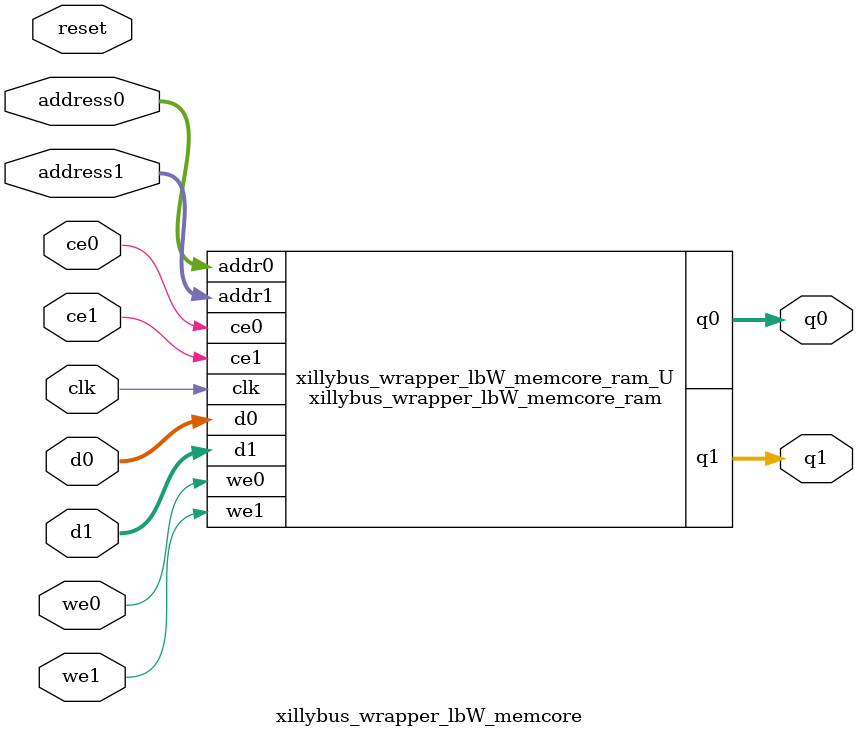
<source format=v>

`timescale 1 ns / 1 ps
module xillybus_wrapper_lbW_memcore_ram (addr0, ce0, d0, we0, q0, addr1, ce1, d1, we1, q1,  clk);

parameter DWIDTH = 4;
parameter AWIDTH = 13;
parameter MEM_SIZE = 8192;

input[AWIDTH-1:0] addr0;
input ce0;
input[DWIDTH-1:0] d0;
input we0;
output reg[DWIDTH-1:0] q0;
input[AWIDTH-1:0] addr1;
input ce1;
input[DWIDTH-1:0] d1;
input we1;
output reg[DWIDTH-1:0] q1;
input clk;

(* ram_style = "block" *)reg [DWIDTH-1:0] ram[0:MEM_SIZE-1];




always @(posedge clk)  
begin 
    if (ce0) 
    begin
        if (we0) 
        begin 
            ram[addr0] <= d0; 
            q0 <= d0;
        end 
        else 
            q0 <= ram[addr0];
    end
end


always @(posedge clk)  
begin 
    if (ce1) 
    begin
        if (we1) 
        begin 
            ram[addr1] <= d1; 
            q1 <= d1;
        end 
        else 
            q1 <= ram[addr1];
    end
end


endmodule


`timescale 1 ns / 1 ps
module xillybus_wrapper_lbW_memcore(
    reset,
    clk,
    address0,
    ce0,
    we0,
    d0,
    q0,
    address1,
    ce1,
    we1,
    d1,
    q1);

parameter DataWidth = 32'd4;
parameter AddressRange = 32'd8192;
parameter AddressWidth = 32'd13;
input reset;
input clk;
input[AddressWidth - 1:0] address0;
input ce0;
input we0;
input[DataWidth - 1:0] d0;
output[DataWidth - 1:0] q0;
input[AddressWidth - 1:0] address1;
input ce1;
input we1;
input[DataWidth - 1:0] d1;
output[DataWidth - 1:0] q1;



xillybus_wrapper_lbW_memcore_ram xillybus_wrapper_lbW_memcore_ram_U(
    .clk( clk ),
    .addr0( address0 ),
    .ce0( ce0 ),
    .d0( d0 ),
    .we0( we0 ),
    .q0( q0 ),
    .addr1( address1 ),
    .ce1( ce1 ),
    .d1( d1 ),
    .we1( we1 ),
    .q1( q1 ));

endmodule


</source>
